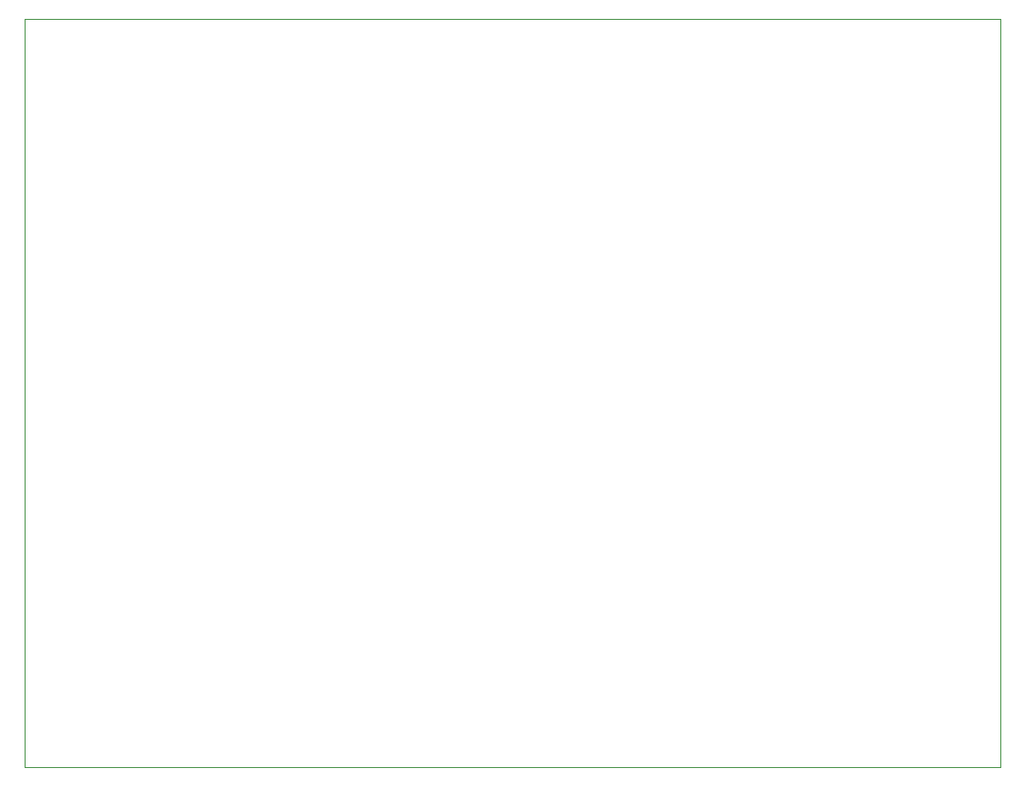
<source format=gbr>
%TF.GenerationSoftware,KiCad,Pcbnew,9.0.3*%
%TF.CreationDate,2025-08-11T18:10:46+02:00*%
%TF.ProjectId,pico-radio-5,7069636f-2d72-4616-9469-6f2d352e6b69,rev?*%
%TF.SameCoordinates,Original*%
%TF.FileFunction,Profile,NP*%
%FSLAX46Y46*%
G04 Gerber Fmt 4.6, Leading zero omitted, Abs format (unit mm)*
G04 Created by KiCad (PCBNEW 9.0.3) date 2025-08-11 18:10:46*
%MOMM*%
%LPD*%
G01*
G04 APERTURE LIST*
%TA.AperFunction,Profile*%
%ADD10C,0.050000*%
%TD*%
G04 APERTURE END LIST*
D10*
X28750000Y-40250000D02*
X114250000Y-40250000D01*
X116000000Y-107250000D02*
X116000000Y-40250000D01*
X116000000Y-107250000D02*
X28750000Y-107250000D01*
X28750000Y-44000000D02*
X28750000Y-40250000D01*
X28750000Y-107250000D02*
X28750000Y-44000000D01*
X114250000Y-40250000D02*
X116000000Y-40250000D01*
M02*

</source>
